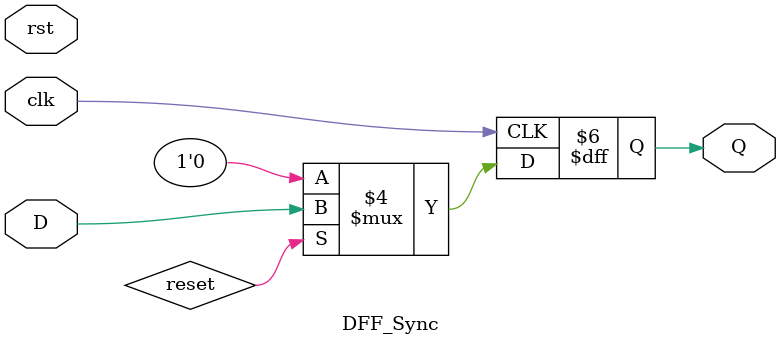
<source format=v>
module DFF_Sync (
    D,
    clk,
    rst,
    Q
);

    input D, clk, rst;
    output Q;
    reg Q;

    always @ (posedge clk)
    if(~reset) begin
        Q <= 0;
    end
    else begin
        Q <= D;
    end
endmodule

</source>
